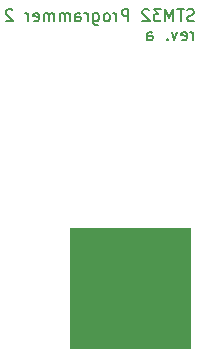
<source format=gbr>
G04 #@! TF.GenerationSoftware,KiCad,Pcbnew,9.0.2+dfsg-1*
G04 #@! TF.CreationDate,2025-08-10T10:43:45+08:00*
G04 #@! TF.ProjectId,stlink,73746c69-6e6b-42e6-9b69-6361645f7063,a*
G04 #@! TF.SameCoordinates,Original*
G04 #@! TF.FileFunction,Legend,Bot*
G04 #@! TF.FilePolarity,Positive*
%FSLAX46Y46*%
G04 Gerber Fmt 4.6, Leading zero omitted, Abs format (unit mm)*
G04 Created by KiCad (PCBNEW 9.0.2+dfsg-1) date 2025-08-10 10:43:45*
%MOMM*%
%LPD*%
G01*
G04 APERTURE LIST*
%ADD10C,0.120000*%
%ADD11C,0.150000*%
G04 APERTURE END LIST*
D10*
X129540000Y-92075000D02*
X139700000Y-92075000D01*
X139700000Y-102235000D01*
X129540000Y-102235000D01*
X129540000Y-92075000D01*
G36*
X129540000Y-92075000D02*
G01*
X139700000Y-92075000D01*
X139700000Y-102235000D01*
X129540000Y-102235000D01*
X129540000Y-92075000D01*
G37*
D11*
X140045839Y-74532228D02*
X139902982Y-74579847D01*
X139902982Y-74579847D02*
X139664887Y-74579847D01*
X139664887Y-74579847D02*
X139569649Y-74532228D01*
X139569649Y-74532228D02*
X139522030Y-74484608D01*
X139522030Y-74484608D02*
X139474411Y-74389370D01*
X139474411Y-74389370D02*
X139474411Y-74294132D01*
X139474411Y-74294132D02*
X139522030Y-74198894D01*
X139522030Y-74198894D02*
X139569649Y-74151275D01*
X139569649Y-74151275D02*
X139664887Y-74103656D01*
X139664887Y-74103656D02*
X139855363Y-74056037D01*
X139855363Y-74056037D02*
X139950601Y-74008418D01*
X139950601Y-74008418D02*
X139998220Y-73960799D01*
X139998220Y-73960799D02*
X140045839Y-73865561D01*
X140045839Y-73865561D02*
X140045839Y-73770323D01*
X140045839Y-73770323D02*
X139998220Y-73675085D01*
X139998220Y-73675085D02*
X139950601Y-73627466D01*
X139950601Y-73627466D02*
X139855363Y-73579847D01*
X139855363Y-73579847D02*
X139617268Y-73579847D01*
X139617268Y-73579847D02*
X139474411Y-73627466D01*
X139188696Y-73579847D02*
X138617268Y-73579847D01*
X138902982Y-74579847D02*
X138902982Y-73579847D01*
X138283934Y-74579847D02*
X138283934Y-73579847D01*
X138283934Y-73579847D02*
X137950601Y-74294132D01*
X137950601Y-74294132D02*
X137617268Y-73579847D01*
X137617268Y-73579847D02*
X137617268Y-74579847D01*
X137236315Y-73579847D02*
X136617268Y-73579847D01*
X136617268Y-73579847D02*
X136950601Y-73960799D01*
X136950601Y-73960799D02*
X136807744Y-73960799D01*
X136807744Y-73960799D02*
X136712506Y-74008418D01*
X136712506Y-74008418D02*
X136664887Y-74056037D01*
X136664887Y-74056037D02*
X136617268Y-74151275D01*
X136617268Y-74151275D02*
X136617268Y-74389370D01*
X136617268Y-74389370D02*
X136664887Y-74484608D01*
X136664887Y-74484608D02*
X136712506Y-74532228D01*
X136712506Y-74532228D02*
X136807744Y-74579847D01*
X136807744Y-74579847D02*
X137093458Y-74579847D01*
X137093458Y-74579847D02*
X137188696Y-74532228D01*
X137188696Y-74532228D02*
X137236315Y-74484608D01*
X136236315Y-73675085D02*
X136188696Y-73627466D01*
X136188696Y-73627466D02*
X136093458Y-73579847D01*
X136093458Y-73579847D02*
X135855363Y-73579847D01*
X135855363Y-73579847D02*
X135760125Y-73627466D01*
X135760125Y-73627466D02*
X135712506Y-73675085D01*
X135712506Y-73675085D02*
X135664887Y-73770323D01*
X135664887Y-73770323D02*
X135664887Y-73865561D01*
X135664887Y-73865561D02*
X135712506Y-74008418D01*
X135712506Y-74008418D02*
X136283934Y-74579847D01*
X136283934Y-74579847D02*
X135664887Y-74579847D01*
X134474410Y-74579847D02*
X134474410Y-73579847D01*
X134474410Y-73579847D02*
X134093458Y-73579847D01*
X134093458Y-73579847D02*
X133998220Y-73627466D01*
X133998220Y-73627466D02*
X133950601Y-73675085D01*
X133950601Y-73675085D02*
X133902982Y-73770323D01*
X133902982Y-73770323D02*
X133902982Y-73913180D01*
X133902982Y-73913180D02*
X133950601Y-74008418D01*
X133950601Y-74008418D02*
X133998220Y-74056037D01*
X133998220Y-74056037D02*
X134093458Y-74103656D01*
X134093458Y-74103656D02*
X134474410Y-74103656D01*
X133474410Y-74579847D02*
X133474410Y-73913180D01*
X133474410Y-74103656D02*
X133426791Y-74008418D01*
X133426791Y-74008418D02*
X133379172Y-73960799D01*
X133379172Y-73960799D02*
X133283934Y-73913180D01*
X133283934Y-73913180D02*
X133188696Y-73913180D01*
X132712505Y-74579847D02*
X132807743Y-74532228D01*
X132807743Y-74532228D02*
X132855362Y-74484608D01*
X132855362Y-74484608D02*
X132902981Y-74389370D01*
X132902981Y-74389370D02*
X132902981Y-74103656D01*
X132902981Y-74103656D02*
X132855362Y-74008418D01*
X132855362Y-74008418D02*
X132807743Y-73960799D01*
X132807743Y-73960799D02*
X132712505Y-73913180D01*
X132712505Y-73913180D02*
X132569648Y-73913180D01*
X132569648Y-73913180D02*
X132474410Y-73960799D01*
X132474410Y-73960799D02*
X132426791Y-74008418D01*
X132426791Y-74008418D02*
X132379172Y-74103656D01*
X132379172Y-74103656D02*
X132379172Y-74389370D01*
X132379172Y-74389370D02*
X132426791Y-74484608D01*
X132426791Y-74484608D02*
X132474410Y-74532228D01*
X132474410Y-74532228D02*
X132569648Y-74579847D01*
X132569648Y-74579847D02*
X132712505Y-74579847D01*
X131522029Y-73913180D02*
X131522029Y-74722704D01*
X131522029Y-74722704D02*
X131569648Y-74817942D01*
X131569648Y-74817942D02*
X131617267Y-74865561D01*
X131617267Y-74865561D02*
X131712505Y-74913180D01*
X131712505Y-74913180D02*
X131855362Y-74913180D01*
X131855362Y-74913180D02*
X131950600Y-74865561D01*
X131522029Y-74532228D02*
X131617267Y-74579847D01*
X131617267Y-74579847D02*
X131807743Y-74579847D01*
X131807743Y-74579847D02*
X131902981Y-74532228D01*
X131902981Y-74532228D02*
X131950600Y-74484608D01*
X131950600Y-74484608D02*
X131998219Y-74389370D01*
X131998219Y-74389370D02*
X131998219Y-74103656D01*
X131998219Y-74103656D02*
X131950600Y-74008418D01*
X131950600Y-74008418D02*
X131902981Y-73960799D01*
X131902981Y-73960799D02*
X131807743Y-73913180D01*
X131807743Y-73913180D02*
X131617267Y-73913180D01*
X131617267Y-73913180D02*
X131522029Y-73960799D01*
X131045838Y-74579847D02*
X131045838Y-73913180D01*
X131045838Y-74103656D02*
X130998219Y-74008418D01*
X130998219Y-74008418D02*
X130950600Y-73960799D01*
X130950600Y-73960799D02*
X130855362Y-73913180D01*
X130855362Y-73913180D02*
X130760124Y-73913180D01*
X129998219Y-74579847D02*
X129998219Y-74056037D01*
X129998219Y-74056037D02*
X130045838Y-73960799D01*
X130045838Y-73960799D02*
X130141076Y-73913180D01*
X130141076Y-73913180D02*
X130331552Y-73913180D01*
X130331552Y-73913180D02*
X130426790Y-73960799D01*
X129998219Y-74532228D02*
X130093457Y-74579847D01*
X130093457Y-74579847D02*
X130331552Y-74579847D01*
X130331552Y-74579847D02*
X130426790Y-74532228D01*
X130426790Y-74532228D02*
X130474409Y-74436989D01*
X130474409Y-74436989D02*
X130474409Y-74341751D01*
X130474409Y-74341751D02*
X130426790Y-74246513D01*
X130426790Y-74246513D02*
X130331552Y-74198894D01*
X130331552Y-74198894D02*
X130093457Y-74198894D01*
X130093457Y-74198894D02*
X129998219Y-74151275D01*
X129522028Y-74579847D02*
X129522028Y-73913180D01*
X129522028Y-74008418D02*
X129474409Y-73960799D01*
X129474409Y-73960799D02*
X129379171Y-73913180D01*
X129379171Y-73913180D02*
X129236314Y-73913180D01*
X129236314Y-73913180D02*
X129141076Y-73960799D01*
X129141076Y-73960799D02*
X129093457Y-74056037D01*
X129093457Y-74056037D02*
X129093457Y-74579847D01*
X129093457Y-74056037D02*
X129045838Y-73960799D01*
X129045838Y-73960799D02*
X128950600Y-73913180D01*
X128950600Y-73913180D02*
X128807743Y-73913180D01*
X128807743Y-73913180D02*
X128712504Y-73960799D01*
X128712504Y-73960799D02*
X128664885Y-74056037D01*
X128664885Y-74056037D02*
X128664885Y-74579847D01*
X128188695Y-74579847D02*
X128188695Y-73913180D01*
X128188695Y-74008418D02*
X128141076Y-73960799D01*
X128141076Y-73960799D02*
X128045838Y-73913180D01*
X128045838Y-73913180D02*
X127902981Y-73913180D01*
X127902981Y-73913180D02*
X127807743Y-73960799D01*
X127807743Y-73960799D02*
X127760124Y-74056037D01*
X127760124Y-74056037D02*
X127760124Y-74579847D01*
X127760124Y-74056037D02*
X127712505Y-73960799D01*
X127712505Y-73960799D02*
X127617267Y-73913180D01*
X127617267Y-73913180D02*
X127474410Y-73913180D01*
X127474410Y-73913180D02*
X127379171Y-73960799D01*
X127379171Y-73960799D02*
X127331552Y-74056037D01*
X127331552Y-74056037D02*
X127331552Y-74579847D01*
X126474410Y-74532228D02*
X126569648Y-74579847D01*
X126569648Y-74579847D02*
X126760124Y-74579847D01*
X126760124Y-74579847D02*
X126855362Y-74532228D01*
X126855362Y-74532228D02*
X126902981Y-74436989D01*
X126902981Y-74436989D02*
X126902981Y-74056037D01*
X126902981Y-74056037D02*
X126855362Y-73960799D01*
X126855362Y-73960799D02*
X126760124Y-73913180D01*
X126760124Y-73913180D02*
X126569648Y-73913180D01*
X126569648Y-73913180D02*
X126474410Y-73960799D01*
X126474410Y-73960799D02*
X126426791Y-74056037D01*
X126426791Y-74056037D02*
X126426791Y-74151275D01*
X126426791Y-74151275D02*
X126902981Y-74246513D01*
X125998219Y-74579847D02*
X125998219Y-73913180D01*
X125998219Y-74103656D02*
X125950600Y-74008418D01*
X125950600Y-74008418D02*
X125902981Y-73960799D01*
X125902981Y-73960799D02*
X125807743Y-73913180D01*
X125807743Y-73913180D02*
X125712505Y-73913180D01*
X124664885Y-73675085D02*
X124617266Y-73627466D01*
X124617266Y-73627466D02*
X124522028Y-73579847D01*
X124522028Y-73579847D02*
X124283933Y-73579847D01*
X124283933Y-73579847D02*
X124188695Y-73627466D01*
X124188695Y-73627466D02*
X124141076Y-73675085D01*
X124141076Y-73675085D02*
X124093457Y-73770323D01*
X124093457Y-73770323D02*
X124093457Y-73865561D01*
X124093457Y-73865561D02*
X124141076Y-74008418D01*
X124141076Y-74008418D02*
X124712504Y-74579847D01*
X124712504Y-74579847D02*
X124093457Y-74579847D01*
X139998220Y-76189791D02*
X139998220Y-75523124D01*
X139998220Y-75713600D02*
X139950601Y-75618362D01*
X139950601Y-75618362D02*
X139902982Y-75570743D01*
X139902982Y-75570743D02*
X139807744Y-75523124D01*
X139807744Y-75523124D02*
X139712506Y-75523124D01*
X138998220Y-76142172D02*
X139093458Y-76189791D01*
X139093458Y-76189791D02*
X139283934Y-76189791D01*
X139283934Y-76189791D02*
X139379172Y-76142172D01*
X139379172Y-76142172D02*
X139426791Y-76046933D01*
X139426791Y-76046933D02*
X139426791Y-75665981D01*
X139426791Y-75665981D02*
X139379172Y-75570743D01*
X139379172Y-75570743D02*
X139283934Y-75523124D01*
X139283934Y-75523124D02*
X139093458Y-75523124D01*
X139093458Y-75523124D02*
X138998220Y-75570743D01*
X138998220Y-75570743D02*
X138950601Y-75665981D01*
X138950601Y-75665981D02*
X138950601Y-75761219D01*
X138950601Y-75761219D02*
X139426791Y-75856457D01*
X138617267Y-75523124D02*
X138379172Y-76189791D01*
X138379172Y-76189791D02*
X138141077Y-75523124D01*
X137760124Y-76094552D02*
X137712505Y-76142172D01*
X137712505Y-76142172D02*
X137760124Y-76189791D01*
X137760124Y-76189791D02*
X137807743Y-76142172D01*
X137807743Y-76142172D02*
X137760124Y-76094552D01*
X137760124Y-76094552D02*
X137760124Y-76189791D01*
X136093458Y-76189791D02*
X136093458Y-75665981D01*
X136093458Y-75665981D02*
X136141077Y-75570743D01*
X136141077Y-75570743D02*
X136236315Y-75523124D01*
X136236315Y-75523124D02*
X136426791Y-75523124D01*
X136426791Y-75523124D02*
X136522029Y-75570743D01*
X136093458Y-76142172D02*
X136188696Y-76189791D01*
X136188696Y-76189791D02*
X136426791Y-76189791D01*
X136426791Y-76189791D02*
X136522029Y-76142172D01*
X136522029Y-76142172D02*
X136569648Y-76046933D01*
X136569648Y-76046933D02*
X136569648Y-75951695D01*
X136569648Y-75951695D02*
X136522029Y-75856457D01*
X136522029Y-75856457D02*
X136426791Y-75808838D01*
X136426791Y-75808838D02*
X136188696Y-75808838D01*
X136188696Y-75808838D02*
X136093458Y-75761219D01*
M02*

</source>
